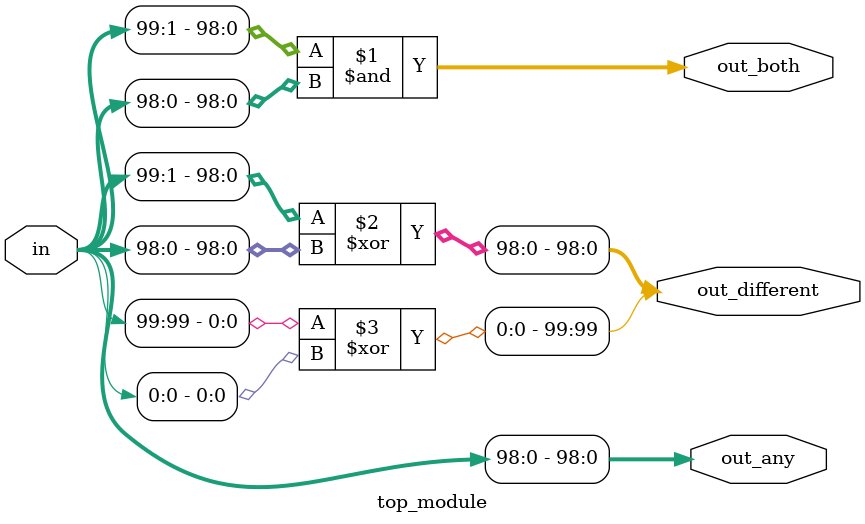
<source format=sv>
module top_module (
  input [99:0] in,
  output [98:0] out_both,
  output [99:1] out_any,
  output [99:0] out_different
);

  // Generate out_both signal by performing bitwise AND operation
  assign out_both = in[99:1] & in[98:0];

  // Generate out_any signal by performing bitwise OR operation
  assign out_any = in;

  // Generate out_different signal
  assign out_different = {in[99] ^ in[0], in[99:1] ^ in[98:0]};

endmodule

</source>
